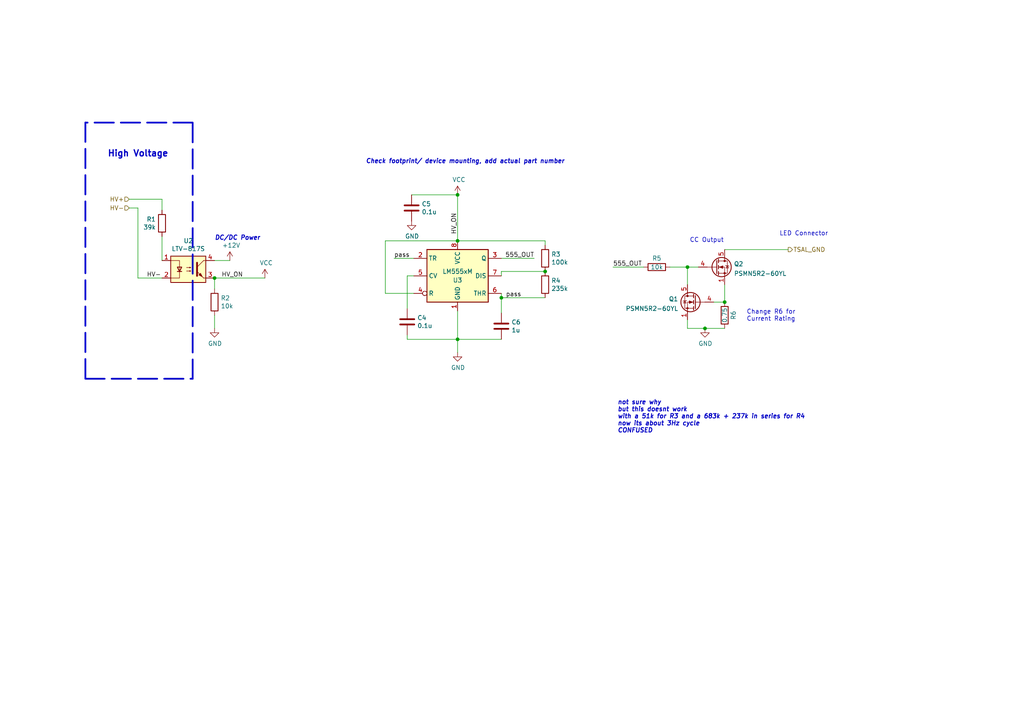
<source format=kicad_sch>
(kicad_sch (version 20211123) (generator eeschema)
  (paper "A4")
  (lib_symbols
    (symbol "Device:C" (pin_numbers hide) (pin_names (offset 0.254))
      (property "Reference" "C" (at 0.635 2.54 0))
      (property "Value" "C" (at 0.635 -2.54 0))
      (symbol "C_0_1"
        (polyline (pts (xy -2.032 -0.762) (xy 2.032 -0.762)) (stroke (width 0.508)))
        (polyline (pts (xy -2.032 0.762) (xy 2.032 0.762)) (stroke (width 0.508)))
      )
      (symbol "C_1_1"
        (pin passive line (at 0 3.81 270) (length 2.794) (name "~") (number "1"))
        (pin passive line (at 0 -3.81 90) (length 2.794) (name "~") (number "2"))
      )
    )
    (symbol "Device:R" (pin_numbers hide) (pin_names (offset 0))
      (property "Reference" "R" (at 2.032 0 90))
      (property "Value" "R" (at 0 0 90))
      (symbol "R_0_1"
        (rectangle (start -1.016 -2.54) (end 1.016 2.54) (stroke (width 0.254)))
      )
      (symbol "R_1_1"
        (pin passive line (at 0 3.81 270) (length 1.27) (name "~") (number "1"))
        (pin passive line (at 0 -3.81 90) (length 1.27) (name "~") (number "2"))
      )
    )
    (symbol "Isolator:LTV-817S" (pin_names (offset 1.016))
      (property "Reference" "U" (at -3.81 5.08 0))
      (property "Value" "LTV-817S" (at 0 -5.08 0))
      (symbol "LTV-817S_1_1"
        (rectangle (start -5.08 3.81) (end 5.08 -3.81) (stroke (width 0.254)) (fill (type background)))
        (polyline (pts (xy -3.175 -0.635) (xy -1.905 -0.635)) (stroke (width 0.254)))
        (polyline (pts (xy 2.54 0.635) (xy 4.445 2.54)))
        (polyline (pts (xy 4.445 -2.54) (xy 2.54 -0.635)) (fill (type outline)))
        (polyline (pts (xy 4.445 -2.54) (xy 5.08 -2.54)))
        (polyline (pts (xy 4.445 2.54) (xy 5.08 2.54)))
        (polyline (pts (xy -5.08 2.54) (xy -2.54 2.54) (xy -2.54 -0.762)))
        (polyline (pts (xy -2.54 -0.635) (xy -2.54 -2.54) (xy -5.08 -2.54)))
        (polyline (pts (xy 2.54 1.905) (xy 2.54 -1.905) (xy 2.54 -1.905)) (stroke (width 0.508)))
        (polyline (pts (xy -2.54 -0.635) (xy -3.175 0.635) (xy -1.905 0.635) (xy -2.54 -0.635)) (stroke (width 0.254)))
        (polyline (pts (xy -0.508 -0.508) (xy 0.762 -0.508) (xy 0.381 -0.635) (xy 0.381 -0.381) (xy 0.762 -0.508)))
        (polyline (pts (xy -0.508 0.508) (xy 0.762 0.508) (xy 0.381 0.381) (xy 0.381 0.635) (xy 0.762 0.508)))
        (polyline (pts (xy 3.048 -1.651) (xy 3.556 -1.143) (xy 4.064 -2.159) (xy 3.048 -1.651) (xy 3.048 -1.651)) (fill (type outline)))
        (pin passive line (at -7.62 2.54 0) (length 2.54) (name "~") (number "1"))
        (pin passive line (at -7.62 -2.54 0) (length 2.54) (name "~") (number "2"))
        (pin passive line (at 7.62 -2.54 180) (length 2.54) (name "~") (number "3"))
        (pin passive line (at 7.62 2.54 180) (length 2.54) (name "~") (number "4"))
      )
    )
    (symbol "Timer:LM555xM"
      (property "Reference" "U" (at -10.16 8.89 0))
      (property "Value" "LM555xM" (at 2.54 8.89 0))
      (symbol "LM555xM_0_0"
        (pin power_in line (at 0 -10.16 90) (length 2.54) (name "GND") (number "1"))
        (pin power_in line (at 0 10.16 270) (length 2.54) (name "VCC") (number "8"))
      )
      (symbol "LM555xM_0_1"
        (rectangle (start -8.89 -7.62) (end 8.89 7.62) (stroke (width 0.254)) (fill (type background)))
        (rectangle (start -8.89 -7.62) (end 8.89 7.62) (stroke (width 0.254)) (fill (type background)))
      )
      (symbol "LM555xM_1_1"
        (pin input line (at -12.7 5.08 0) (length 3.81) (name "TR") (number "2"))
        (pin output line (at 12.7 5.08 180) (length 3.81) (name "Q") (number "3"))
        (pin input inverted (at -12.7 -5.08 0) (length 3.81) (name "R") (number "4"))
        (pin input line (at -12.7 0 0) (length 3.81) (name "CV") (number "5"))
        (pin input line (at 12.7 -5.08 180) (length 3.81) (name "THR") (number "6"))
        (pin input line (at 12.7 0 180) (length 3.81) (name "DIS") (number "7"))
      )
    )
    (symbol "Transistor_FET:PSMN5R2-60YL" (pin_names hide)
      (property "Reference" "Q" (at 6.35 2.54 0))
      (property "Value" "PSMN5R2-60YL" (at 12.7 0 0))
      (symbol "PSMN5R2-60YL_0_1"
        (polyline (pts (xy 0.254 0) (xy -2.54 0)))
        (polyline (pts (xy 0.254 1.905) (xy 0.254 -1.905)) (stroke (width 0.254)))
        (polyline (pts (xy 0.762 -1.27) (xy 0.762 -2.286)) (stroke (width 0.254)))
        (polyline (pts (xy 0.762 0.508) (xy 0.762 -0.508)) (stroke (width 0.254)))
        (polyline (pts (xy 0.762 2.286) (xy 0.762 1.27)) (stroke (width 0.254)))
        (polyline (pts (xy 2.54 2.54) (xy 2.54 1.778)))
        (polyline (pts (xy 2.54 -2.54) (xy 2.54 0) (xy 0.762 0)))
        (polyline (pts (xy 0.762 -1.778) (xy 3.302 -1.778) (xy 3.302 1.778) (xy 0.762 1.778)))
        (polyline (pts (xy 1.016 0) (xy 2.032 0.381) (xy 2.032 -0.381) (xy 1.016 0)) (fill (type outline)))
        (polyline (pts (xy 2.794 0.508) (xy 2.921 0.381) (xy 3.683 0.381) (xy 3.81 0.254)))
        (polyline (pts (xy 3.302 0.381) (xy 2.921 -0.254) (xy 3.683 -0.254) (xy 3.302 0.381)))
        (circle (center 1.651 0) (radius 2.794) (stroke (width 0.254)))
        (circle (center 2.54 -1.778) (radius 0.254) (fill (type outline)))
        (circle (center 2.54 1.778) (radius 0.254) (fill (type outline)))
      )
      (symbol "PSMN5R2-60YL_1_1"
        (pin passive line (at 2.54 -5.08 90) (length 2.54) (name "S") (number "1"))
        (pin passive line (at 2.54 -5.08 90) (length 2.54) hide (name "S") (number "2"))
        (pin passive line (at 2.54 -5.08 90) (length 2.54) hide (name "S") (number "3"))
        (pin passive line (at -5.08 0 0) (length 2.54) (name "G") (number "4"))
        (pin passive line (at 2.54 5.08 270) (length 2.54) (name "D") (number "5"))
      )
    )
    (symbol "power:+12V" (power) (pin_names (offset 0))
      (property "Value" "+12V" (at 0 3.556 0))
      (symbol "+12V_0_1"
        (polyline (pts (xy -0.762 1.27) (xy 0 2.54)))
        (polyline (pts (xy 0 0) (xy 0 2.54)))
        (polyline (pts (xy 0 2.54) (xy 0.762 1.27)))
      )
      (symbol "+12V_1_1"
        (pin power_in line (at 0 0 90) (length 0) hide (name "+12V") (number "1"))
      )
    )
    (symbol "power:GND" (power) (pin_names (offset 0))
      (property "Value" "GND" (at 0 -3.81 0))
      (symbol "GND_0_1"
        (polyline (pts (xy 0 0) (xy 0 -1.27) (xy 1.27 -1.27) (xy 0 -2.54) (xy -1.27 -1.27) (xy 0 -1.27)))
      )
      (symbol "GND_1_1"
        (pin power_in line (at 0 0 270) (length 0) hide (name "GND") (number "1"))
      )
    )
    (symbol "power:VCC" (power) (pin_names (offset 0))
      (property "Value" "VCC" (at 0 3.81 0))
      (symbol "VCC_0_1"
        (polyline (pts (xy -0.762 1.27) (xy 0 2.54)))
        (polyline (pts (xy 0 0) (xy 0 2.54)))
        (polyline (pts (xy 0 2.54) (xy 0.762 1.27)))
      )
      (symbol "VCC_1_1"
        (pin power_in line (at 0 0 90) (length 0) hide (name "VCC") (number "1"))
      )
    )
  )
  (junction (at 145.415 86.36))
  (junction (at 199.39 77.47))
  (junction (at 132.715 69.85))
  (junction (at 132.715 98.425))
  (junction (at 210.185 87.63))
  (junction (at 158.115 78.74))
  (junction (at 132.715 56.515))
  (junction (at 62.23 80.645))
  (junction (at 204.47 95.25))
  (wire (pts (xy 111.76 69.85) (xy 132.715 69.85)))
  (wire (pts (xy 145.415 80.01) (xy 145.415 78.74)))
  (wire (pts (xy 199.39 77.47) (xy 202.565 77.47)))
  (wire (pts (xy 145.415 86.36) (xy 145.415 85.09)))
  (wire (pts (xy 37.465 57.785) (xy 46.99 57.785)))
  (wire (pts (xy 177.8 77.47) (xy 186.69 77.47)))
  (wire (pts (xy 210.185 72.39) (xy 228.6 72.39)))
  (polyline (pts (xy 55.88 35.56) (xy 24.765 35.56)) (stroke (width 0.508)))
  (wire (pts (xy 158.115 71.12) (xy 158.115 69.85)))
  (wire (pts (xy 62.23 80.645) (xy 76.835 80.645)))
  (wire (pts (xy 120.015 85.09) (xy 111.76 85.09)))
  (wire (pts (xy 210.185 87.63) (xy 210.185 82.55)))
  (wire (pts (xy 132.715 90.17) (xy 132.715 98.425)))
  (wire (pts (xy 207.01 87.63) (xy 210.185 87.63)))
  (wire (pts (xy 46.99 68.58) (xy 46.99 75.565)))
  (wire (pts (xy 111.76 85.09) (xy 111.76 69.85)))
  (wire (pts (xy 199.39 95.25) (xy 199.39 92.71)))
  (wire (pts (xy 132.715 56.515) (xy 119.38 56.515)))
  (wire (pts (xy 145.415 78.74) (xy 158.115 78.74)))
  (wire (pts (xy 194.31 77.47) (xy 199.39 77.47)))
  (wire (pts (xy 145.415 98.425) (xy 132.715 98.425)))
  (wire (pts (xy 204.47 95.25) (xy 199.39 95.25)))
  (wire (pts (xy 118.11 89.535) (xy 118.11 80.01)))
  (polyline (pts (xy 55.88 109.855) (xy 55.88 35.56)) (stroke (width 0.508)))
  (wire (pts (xy 210.185 95.25) (xy 204.47 95.25)))
  (wire (pts (xy 40.005 80.645) (xy 40.005 60.325)))
  (wire (pts (xy 118.11 98.425) (xy 132.715 98.425)))
  (wire (pts (xy 62.23 80.645) (xy 62.23 83.82)))
  (wire (pts (xy 118.11 97.155) (xy 118.11 98.425)))
  (wire (pts (xy 132.715 98.425) (xy 132.715 102.235)))
  (wire (pts (xy 132.715 56.515) (xy 132.715 69.85)))
  (wire (pts (xy 145.415 86.36) (xy 158.115 86.36)))
  (wire (pts (xy 118.11 80.01) (xy 120.015 80.01)))
  (wire (pts (xy 199.39 82.55) (xy 199.39 77.47)))
  (wire (pts (xy 158.115 69.85) (xy 132.715 69.85)))
  (wire (pts (xy 66.675 75.565) (xy 62.23 75.565)))
  (wire (pts (xy 145.415 90.805) (xy 145.415 86.36)))
  (wire (pts (xy 46.99 80.645) (xy 40.005 80.645)))
  (wire (pts (xy 40.005 60.325) (xy 37.465 60.325)))
  (polyline (pts (xy 24.765 35.56) (xy 24.765 109.855)) (stroke (width 0.508)))
  (wire (pts (xy 62.23 91.44) (xy 62.23 95.25)))
  (polyline (pts (xy 24.765 109.855) (xy 55.88 109.855)) (stroke (width 0.508)))
  (wire (pts (xy 154.94 74.93) (xy 145.415 74.93)))
  (wire (pts (xy 46.99 57.785) (xy 46.99 60.96)))
  (wire (pts (xy 114.3 74.93) (xy 120.015 74.93)))
  (text "Check footprint/ device mounting, add actual part number" (at 106.045 47.625 0) (effects (font (size 1.27 1.27) bold italic) (justify left bottom)))
  (text "DC/DC Power" (at 62.23 69.85 0) (effects (font (size 1.27 1.27) bold italic) (justify left bottom)))
  (text "Change R6 for \nCurrent Rating" (at 216.535 93.345 0) (effects (font (size 1.27 1.27)) (justify left bottom)))
  (text "CC Output" (at 200.025 70.485 0) (effects (font (size 1.27 1.27)) (justify left bottom)))
  (text "LED Connector\n" (at 226.06 68.58 0) (effects (font (size 1.27 1.27)) (justify left bottom)))
  (text "High Voltage" (at 31.115 45.72 0) (effects (font (size 1.8034 1.8034) (thickness 0.3607) bold) (justify left bottom)))
  (text "not sure why \nbut this doesnt work \nwith a 51k for R3 and a 683k + 237k in series for R4\nnow its about 3Hz cycle\nCONFUSED" (at 179.07 125.73 0) (effects (font (size 1.27 1.27) bold italic) (justify left bottom)))
  (label "HV_ON" (at 132.715 67.945 90))
  (label "555_OUT" (at 177.8 77.47 0))
  (label "HV_ON" (at 70.485 80.645 180))
  (label "HV-" (at 42.545 80.645 0))
  (label "pass" (at 146.685 86.36 0))
  (label "pass" (at 114.3 74.93 0))
  (label "555_OUT" (at 154.94 74.93 180))
  (hierarchical_label "HV+" (shape input) (at 37.465 57.785 180))
  (hierarchical_label "HV-" (shape input) (at 37.465 60.325 180))
  (hierarchical_label "TSAL_GND" (shape output) (at 228.6 72.39 0))
  (symbol (lib_id "Timer:LM555xM") (at 132.715 80.01 0) (unit 1)
    (property "Reference" "U3" (at 132.715 81.28 0))
    (property "Value" "LM555xM" (at 132.715 78.74 0))
    (property "Footprint" "Package_SO:SOIC-8_3.9x4.9mm_P1.27mm" (effects hide))
    (property "Datasheet" "http://www.ti.com/lit/ds/symlink/lm555.pdf" (effects hide))
  )
  (symbol (lib_id "power:GND") (at 132.715 102.235 0) (unit 1)
    (property "Reference" "#PWR022" (effects hide))
    (property "Value" "GND" (at 132.842 106.6292 0))
  )
  (symbol (lib_id "power:VCC") (at 132.715 56.515 0) (unit 1)
    (property "Reference" "#PWR021" (effects hide))
    (property "Value" "VCC" (at 133.096 52.1208 0))
  )
  (symbol (lib_id "Device:R") (at 190.5 77.47 270) (unit 1)
    (property "Reference" "R5" (at 190.5 74.93 90))
    (property "Value" "10k" (at 190.5 77.47 90))
    (property "Footprint" "Resistor_SMD:R_0603_1608Metric_Pad0.98x0.95mm_HandSolder" (effects hide))
  )
  (symbol (lib_id "power:GND") (at 204.47 95.25 0) (unit 1)
    (property "Reference" "#PWR023" (effects hide))
    (property "Value" "GND" (at 204.597 99.6442 0))
  )
  (symbol (lib_id "Device:R") (at 158.115 82.55 0) (unit 1)
    (property "Reference" "R4" (at 159.893 81.3816 0) (effects (justify left)))
    (property "Value" "235k" (at 159.893 83.693 0) (effects (justify left)))
    (property "Footprint" "Resistor_SMD:R_0603_1608Metric_Pad0.98x0.95mm_HandSolder" (effects hide))
  )
  (symbol (lib_id "Device:R") (at 158.115 74.93 0) (unit 1)
    (property "Reference" "R3" (at 159.893 73.7616 0) (effects (justify left)))
    (property "Value" "100k" (at 159.893 76.073 0) (effects (justify left)))
    (property "Footprint" "Resistor_SMD:R_0603_1608Metric_Pad0.98x0.95mm_HandSolder" (effects hide))
  )
  (symbol (lib_id "power:+12V") (at 66.675 75.565 0) (unit 1)
    (property "Reference" "#PWR018" (effects hide))
    (property "Value" "+12V" (at 67.056 71.1708 0))
  )
  (symbol (lib_id "power:GND") (at 62.23 95.25 0) (unit 1)
    (property "Reference" "#PWR017" (effects hide))
    (property "Value" "GND" (at 62.357 99.6442 0))
  )
  (symbol (lib_id "Device:R") (at 62.23 87.63 0) (unit 1)
    (property "Reference" "R2" (at 64.008 86.4616 0) (effects (justify left)))
    (property "Value" "10k" (at 64.008 88.773 0) (effects (justify left)))
    (property "Footprint" "Resistor_SMD:R_0603_1608Metric_Pad0.98x0.95mm_HandSolder" (effects hide))
  )
  (symbol (lib_id "power:VCC") (at 76.835 80.645 0) (unit 1)
    (property "Reference" "#PWR019" (effects hide))
    (property "Value" "VCC" (at 77.216 76.2508 0))
  )
  (symbol (lib_id "Device:R") (at 46.99 64.77 0) (mirror x) (unit 1)
    (property "Reference" "R1" (at 45.212 63.6016 0) (effects (justify right)))
    (property "Value" "39k" (at 45.212 65.913 0) (effects (justify right)))
    (property "Footprint" "Resistor_THT:R_Axial_DIN0411_L9.9mm_D3.6mm_P25.40mm_Horizontal" (effects hide))
  )
  (symbol (lib_id "Device:C") (at 145.415 94.615 0) (unit 1)
    (property "Reference" "C6" (at 148.336 93.4466 0) (effects (justify left)))
    (property "Value" "1u" (at 148.336 95.758 0) (effects (justify left)))
    (property "Footprint" "Capacitor_SMD:C_0603_1608Metric_Pad1.08x0.95mm_HandSolder" (effects hide))
  )
  (symbol (lib_id "Device:C") (at 118.11 93.345 0) (unit 1)
    (property "Reference" "C4" (at 121.031 92.1766 0) (effects (justify left)))
    (property "Value" "0.1u" (at 121.031 94.488 0) (effects (justify left)))
    (property "Footprint" "Capacitor_SMD:C_0603_1608Metric_Pad1.08x0.95mm_HandSolder" (effects hide))
  )
  (symbol (lib_id "Isolator:LTV-817S") (at 54.61 78.105 0) (unit 1)
    (property "Reference" "U2" (at 54.61 69.85 0))
    (property "Value" "LTV-817S" (at 54.61 72.1614 0))
    (property "Footprint" "Package_DIP:SMDIP-4_W9.53mm_Clearance8mm" (effects hide))
    (property "Datasheet" "http://www.us.liteon.com/downloads/LTV-817-827-847.PDF" (effects hide))
  )
  (symbol (lib_id "Device:R") (at 210.185 91.44 180) (unit 1)
    (property "Reference" "R6" (at 212.725 91.44 90))
    (property "Value" "0.75" (at 210.185 91.44 90))
    (property "Footprint" "Resistor_SMD:R_2512_6332Metric_Pad1.40x3.35mm_HandSolder" (effects hide))
  )
  (symbol (lib_id "Device:C") (at 119.38 60.325 0) (unit 1)
    (property "Reference" "C5" (at 122.301 59.1566 0) (effects (justify left)))
    (property "Value" "0.1u" (at 122.301 61.468 0) (effects (justify left)))
    (property "Footprint" "Capacitor_SMD:C_0603_1608Metric_Pad1.08x0.95mm_HandSolder" (effects hide))
  )
  (symbol (lib_id "power:GND") (at 119.38 64.135 0) (unit 1)
    (property "Reference" "#PWR020" (effects hide))
    (property "Value" "GND" (at 119.507 68.5292 0))
  )
  (symbol (lib_id "Transistor_FET:PSMN5R2-60YL") (at 201.93 87.63 0) (mirror y) (unit 1)
    (property "Reference" "Q1" (at 196.723 86.7215 0) (effects (justify left)))
    (property "Value" "PSMN5R2-60YL" (at 196.723 89.4966 0) (effects (justify left)))
    (property "Footprint" "Package_TO_SOT_SMD:LFPAK56" (effects hide))
    (property "Datasheet" "https://assets.nexperia.com/documents/data-sheet/PSMN5R2-60YL.pdf" (effects hide))
  )
  (symbol (lib_id "Transistor_FET:PSMN5R2-60YL") (at 207.645 77.47 0) (unit 1)
    (property "Reference" "Q2" (at 212.852 76.5615 0) (effects (justify left)))
    (property "Value" "PSMN5R2-60YL" (at 212.852 79.3366 0) (effects (justify left)))
    (property "Footprint" "Package_TO_SOT_SMD:LFPAK56" (effects hide))
    (property "Datasheet" "https://assets.nexperia.com/documents/data-sheet/PSMN5R2-60YL.pdf" (effects hide))
  )
)
</source>
